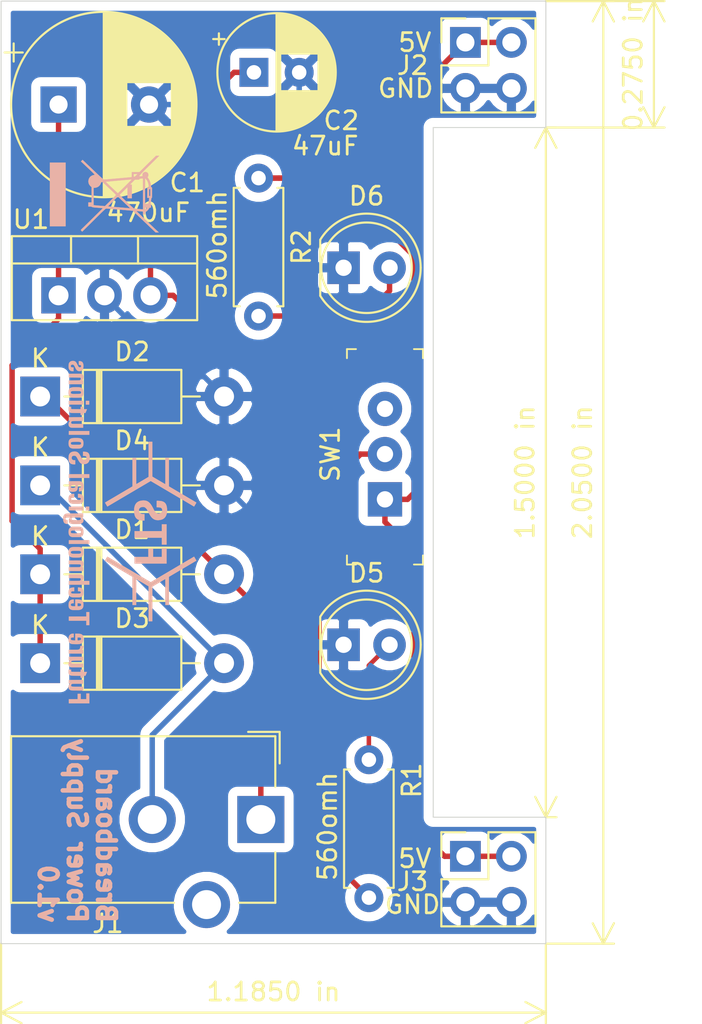
<source format=kicad_pcb>
(kicad_pcb (version 20171130) (host pcbnew "(5.1.4)-1")
  (title_block (title "Breadboard power supply") (date 2019-09-16) (rev v1) (company "Future technological solutions SIA") (comment 1 www.ftechnologicals.com) (comment 2 "Janis Henins"))
  (layers (0 F.Cu signal) (31 B.Cu signal) (34 B.Paste user) (35 F.Paste user) (36 B.SilkS user) (37 F.SilkS user) (38 B.Mask user) (39 F.Mask user) (44 Edge.Cuts user))
  (net 0 "")
  (net 1 /Vin)
  (net 2 /V-)
  (net 3 /Vout1)
  (net 4 "Net-(D1-Pad2)")
  (net 5 "Net-(D5-Pad2)")
  (net 6 "Net-(D6-Pad2)")
  (net 7 "Net-(J1-Pad3)")
  (net 8 /Vout2)
  (net 9 "Net-(SW1-Pad3)")
  (net 10 "Net-(D3-Pad2)")
  (module Symbol:WEEE-Logo_4.2x6mm_SilkScreen (layer B.Cu) (at 134.874 74.93 90)
    (fp_text reference REF** hide)
    (fp_text value WEEE-Logo_4.2x6mm_SilkScreen hide)
  )
  (module FTS_Logo:FTS_Logo_18.9x7.4mm (layer B.Cu) (at 136.271 93.599 90)
    (fp_text reference G*** hide)
    (fp_text value LOGO hide)
  )
  (module Capacitor_THT:CP_Radial_D10.0mm_P5.00mm (layer F.Cu) (at 132.334 69.977)
    (fp_text reference C1 (at 7.112 4.318) (layer F.SilkS))
    (fp_text value CP)
    (pad 1 thru_hole rect (at 0 0) (size 2 2) (drill 1) (layers *.Cu *.Mask) (net 1 /Vin))
    (pad 2 thru_hole circle (at 5 0) (size 2 2) (drill 1) (layers *.Cu *.Mask) (net 2 /V-))
  )
  (module Capacitor_THT:CP_Radial_D6.3mm_P2.50mm (layer F.Cu) (at 143.129 68.199)
    (fp_text reference C2 (at 4.826 2.667) (layer F.SilkS))
    (fp_text value CP)
    (pad 1 thru_hole rect (at 0 0) (size 1.6 1.6) (drill 0.8) (layers *.Cu *.Mask) (net 3 /Vout1))
    (pad 2 thru_hole circle (at 2.5 0) (size 1.6 1.6) (drill 0.8) (layers *.Cu *.Mask) (net 2 /V-))
  )
  (module Diode_THT:D_DO-41_SOD81_P10.16mm_Horizontal (layer F.Cu) (at 131.318 95.927332)
    (fp_text reference D1 (at 5.08 -2.47) (layer F.SilkS))
    (fp_text value 1N4007)
    (fp_text user K (at 0 -2.1) (layer F.SilkS))
    (pad 2 thru_hole oval (at 10.16 0) (size 2.2 2.2) (drill 1.1) (layers *.Cu *.Mask) (net 4 "Net-(D1-Pad2)"))
    (pad 1 thru_hole rect (at 0 0) (size 2.2 2.2) (drill 1.1) (layers *.Cu *.Mask) (net 1 /Vin))
  )
  (module Diode_THT:D_DO-41_SOD81_P10.16mm_Horizontal (layer F.Cu) (at 131.318 86.106)
    (fp_text reference D2 (at 5.08 -2.47) (layer F.SilkS))
    (fp_text value 1N4007)
    (fp_text user K (at 0 -2.1) (layer F.SilkS))
    (pad 2 thru_hole oval (at 10.16 0) (size 2.2 2.2) (drill 1.1) (layers *.Cu *.Mask) (net 2 /V-))
    (pad 1 thru_hole rect (at 0 0) (size 2.2 2.2) (drill 1.1) (layers *.Cu *.Mask) (net 4 "Net-(D1-Pad2)"))
  )
  (module Diode_THT:D_DO-41_SOD81_P10.16mm_Horizontal (layer F.Cu) (at 131.318 100.838)
    (fp_text reference D3 (at 5.08 -2.47) (layer F.SilkS))
    (fp_text value 1N4007)
    (fp_text user K (at 0 -2.1) (layer F.SilkS))
    (pad 1 thru_hole rect (at 0 0) (size 2.2 2.2) (drill 1.1) (layers *.Cu *.Mask) (net 1 /Vin))
    (pad 2 thru_hole oval (at 10.16 0) (size 2.2 2.2) (drill 1.1) (layers *.Cu *.Mask) (net 10 "Net-(D3-Pad2)"))
  )
  (module Diode_THT:D_DO-41_SOD81_P10.16mm_Horizontal (layer F.Cu) (at 131.318 91.016666)
    (fp_text reference D4 (at 5.08 -2.47) (layer F.SilkS))
    (fp_text value 1N4007)
    (fp_text user K (at 0 -2.1) (layer F.SilkS))
    (pad 1 thru_hole rect (at 0 0) (size 2.2 2.2) (drill 1.1) (layers *.Cu *.Mask) (net 10 "Net-(D3-Pad2)"))
    (pad 2 thru_hole oval (at 10.16 0) (size 2.2 2.2) (drill 1.1) (layers *.Cu *.Mask) (net 2 /V-))
  )
  (module LED_THT:LED_D5.0mm (layer F.Cu) (at 148.082 99.822)
    (fp_text reference D5 (at 1.27 -3.96) (layer F.SilkS))
    (fp_text value LED)
    (pad 2 thru_hole circle (at 2.54 0) (size 1.8 1.8) (drill 0.9) (layers *.Cu *.Mask) (net 5 "Net-(D5-Pad2)"))
    (pad 1 thru_hole rect (at 0 0) (size 1.8 1.8) (drill 0.9) (layers *.Cu *.Mask) (net 2 /V-))
  )
  (module LED_THT:LED_D5.0mm (layer F.Cu) (at 148.082 78.994)
    (fp_text reference D6 (at 1.27 -3.96) (layer F.SilkS))
    (fp_text value LED)
    (pad 1 thru_hole rect (at 0 0) (size 1.8 1.8) (drill 0.9) (layers *.Cu *.Mask) (net 2 /V-))
    (pad 2 thru_hole circle (at 2.54 0) (size 1.8 1.8) (drill 0.9) (layers *.Cu *.Mask) (net 6 "Net-(D6-Pad2)"))
  )
  (module Connector_BarrelJack:BarrelJack_CUI_PJ-102AH_Horizontal (layer F.Cu) (at 143.51 109.474 270)
    (fp_text reference J1 (at 5.75 8.45) (layer F.SilkS))
    (fp_text value Barrel_Jack_Switch)
    (pad 1 thru_hole rect (at 0 0 270) (size 2.6 2.6) (drill 1.6) (layers *.Cu *.Mask) (net 4 "Net-(D1-Pad2)"))
    (pad 2 thru_hole circle (at 0 6 270) (size 2.6 2.6) (drill 1.6) (layers *.Cu *.Mask) (net 10 "Net-(D3-Pad2)"))
    (pad 3 thru_hole circle (at 4.7 3 270) (size 2.6 2.6) (drill 1.6) (layers *.Cu *.Mask) (net 7 "Net-(J1-Pad3)"))
  )
  (module Connector_PinHeader_2.54mm:PinHeader_2x02_P2.54mm_Vertical (layer F.Cu) (at 154.813 66.544)
    (fp_text reference J2 (at -2.921 1.274) (layer F.SilkS))
    (fp_text value Conn_02x02_Odd_Even)
    (pad 4 thru_hole oval (at 2.54 2.54) (size 1.7 1.7) (drill 1) (layers *.Cu *.Mask) (net 2 /V-))
    (pad 3 thru_hole oval (at 0 2.54) (size 1.7 1.7) (drill 1) (layers *.Cu *.Mask) (net 2 /V-))
    (pad 2 thru_hole oval (at 2.54 0) (size 1.7 1.7) (drill 1) (layers *.Cu *.Mask) (net 8 /Vout2))
    (pad 1 thru_hole rect (at 0 0) (size 1.7 1.7) (drill 1) (layers *.Cu *.Mask) (net 8 /Vout2))
  )
  (module Connector_PinHeader_2.54mm:PinHeader_2x02_P2.54mm_Vertical (layer F.Cu) (at 154.813 111.506)
    (fp_text reference J3 (at -2.921 1.397) (layer F.SilkS))
    (fp_text value Conn_02x02_Odd_Even)
    (pad 1 thru_hole rect (at 0 0) (size 1.7 1.7) (drill 1) (layers *.Cu *.Mask) (net 8 /Vout2))
    (pad 2 thru_hole oval (at 2.54 0) (size 1.7 1.7) (drill 1) (layers *.Cu *.Mask) (net 8 /Vout2))
    (pad 3 thru_hole oval (at 0 2.54) (size 1.7 1.7) (drill 1) (layers *.Cu *.Mask) (net 2 /V-))
    (pad 4 thru_hole oval (at 2.54 2.54) (size 1.7 1.7) (drill 1) (layers *.Cu *.Mask) (net 2 /V-))
  )
  (module Resistor_THT:R_Axial_DIN0207_L6.3mm_D2.5mm_P7.62mm_Horizontal (layer F.Cu) (at 149.479 106.172 270)
    (fp_text reference R1 (at 1.143 -2.37 90) (layer F.SilkS))
    (fp_text value R)
    (pad 2 thru_hole oval (at 7.62 0 270) (size 1.6 1.6) (drill 0.8) (layers *.Cu *.Mask) (net 3 /Vout1))
    (pad 1 thru_hole circle (at 0 0 270) (size 1.6 1.6) (drill 0.8) (layers *.Cu *.Mask) (net 5 "Net-(D5-Pad2)"))
  )
  (module Resistor_THT:R_Axial_DIN0207_L6.3mm_D2.5mm_P7.62mm_Horizontal (layer F.Cu) (at 143.383 74.041 270)
    (fp_text reference R2 (at 3.81 -2.37 90) (layer F.SilkS))
    (fp_text value R)
    (pad 1 thru_hole circle (at 0 0 270) (size 1.6 1.6) (drill 0.8) (layers *.Cu *.Mask) (net 8 /Vout2))
    (pad 2 thru_hole oval (at 7.62 0 270) (size 1.6 1.6) (drill 0.8) (layers *.Cu *.Mask) (net 6 "Net-(D6-Pad2)"))
  )
  (module digikey-footprints:Switch_Slide_11.6x4mm_EG1218 (layer F.Cu) (at 150.368 91.788 90)
    (fp_text reference SW1 (at 2.49 -3.02 90) (layer F.SilkS))
    (fp_text value SW_DPDT_x2)
    (pad 1 thru_hole rect (at 0 0 90) (size 1.9 1.9) (drill 0.9) (layers *.Cu *.Mask) (net 8 /Vout2))
    (pad 2 thru_hole circle (at 2.5 0 90) (size 1.9 1.9) (drill 0.9) (layers *.Cu *.Mask) (net 3 /Vout1))
    (pad 3 thru_hole circle (at 5 0 90) (size 1.9 1.9) (drill 0.9) (layers *.Cu *.Mask) (net 9 "Net-(SW1-Pad3)"))
  )
  (module Package_TO_SOT_THT:TO-220-3_Vertical (layer F.Cu) (at 132.334 80.518)
    (fp_text reference U1 (at -1.524 -4.191) (layer F.SilkS))
    (fp_text value LM7805_TO220)
    (pad 1 thru_hole rect (at 0 0) (size 1.905 2) (drill 1.1) (layers *.Cu *.Mask) (net 1 /Vin))
    (pad 2 thru_hole oval (at 2.54 0) (size 1.905 2) (drill 1.1) (layers *.Cu *.Mask) (net 2 /V-))
    (pad 3 thru_hole oval (at 5.08 0) (size 1.905 2) (drill 1.1) (layers *.Cu *.Mask) (net 3 /Vout1))
  )
  (gr_text "560omh\n" (at 147.193 109.855 90) (layer F.SilkS) (effects (font (size 1 1))))
  (gr_text 560omh (at 141.097 77.724 90) (layer F.SilkS) (effects (font (size 1 1))))
  (gr_text 47uF (at 147.066 72.263) (layer F.SilkS) (effects (font (size 1 1))))
  (gr_text 470uF (at 137.287 75.946) (layer F.SilkS) (effects (font (size 1 1))))
  (dimension 30.099 (width 0.12) (layer F.SilkS) (gr_text "30,099 mm" (at 144.2085 121.412) (layer F.SilkS) (effects (font (size 1 1) (thickness 0.15)))) (feature1 (pts (xy 159.258 116.332) (xy 159.258 120.728421))) (feature2 (pts (xy 129.159 116.332) (xy 129.159 120.728421))) (crossbar (pts (xy 129.159 120.142) (xy 159.258 120.142))) (arrow1a (pts (xy 159.258 120.142) (xy 158.131496 120.728421))) (arrow1b (pts (xy 159.258 120.142) (xy 158.131496 119.555579))) (arrow2a (pts (xy 129.159 120.142) (xy 130.285504 120.728421))) (arrow2b (pts (xy 129.159 120.142) (xy 130.285504 119.555579))))
  (dimension 6.985 (width 0.12) (layer F.SilkS) (gr_text "6,985 mm" (at 166.497 67.7545 90) (layer F.SilkS) (effects (font (size 1 1) (thickness 0.15)))) (feature1 (pts (xy 159.258 64.262) (xy 165.813421 64.262))) (feature2 (pts (xy 159.258 71.247) (xy 165.813421 71.247))) (crossbar (pts (xy 165.227 71.247) (xy 165.227 64.262))) (arrow1a (pts (xy 165.227 64.262) (xy 165.813421 65.388504))) (arrow1b (pts (xy 165.227 64.262) (xy 164.640579 65.388504))) (arrow2a (pts (xy 165.227 71.247) (xy 165.813421 70.120496))) (arrow2b (pts (xy 165.227 71.247) (xy 164.640579 70.120496))))
  (dimension 38.1 (width 0.12) (layer F.SilkS) (gr_text "38,100 mm" (at 160.528 90.297 90) (layer F.SilkS) (effects (font (size 1 1) (thickness 0.15)))) (feature1 (pts (xy 159.258 71.247) (xy 159.844421 71.247))) (feature2 (pts (xy 159.258 109.347) (xy 159.844421 109.347))) (crossbar (pts (xy 159.258 109.347) (xy 159.258 71.247))) (arrow1a (pts (xy 159.258 71.247) (xy 159.844421 72.373504))) (arrow1b (pts (xy 159.258 71.247) (xy 158.671579 72.373504))) (arrow2a (pts (xy 159.258 109.347) (xy 159.844421 108.220496))) (arrow2b (pts (xy 159.258 109.347) (xy 158.671579 108.220496))))
  (dimension 52.07 (width 0.12) (layer F.SilkS) (gr_text "52,070 mm" (at 163.703 90.297 90) (layer F.SilkS) (effects (font (size 1 1) (thickness 0.15)))) (feature1 (pts (xy 159.258 64.262) (xy 163.019421 64.262))) (feature2 (pts (xy 159.258 116.332) (xy 163.019421 116.332))) (crossbar (pts (xy 162.433 116.332) (xy 162.433 64.262))) (arrow1a (pts (xy 162.433 64.262) (xy 163.019421 65.388504))) (arrow1b (pts (xy 162.433 64.262) (xy 161.846579 65.388504))) (arrow2a (pts (xy 162.433 116.332) (xy 163.019421 115.205496))) (arrow2b (pts (xy 162.433 116.332) (xy 161.846579 115.205496))))
  (gr_text 5V (at 152.019 111.633) (layer F.SilkS) (effects (font (size 1 1))))
  (gr_text GND (at 151.511 69.088) (layer F.SilkS) (effects (font (size 1 1))))
  (gr_text 5V (at 152.019 66.548) (layer F.SilkS) (effects (font (size 1 1))))
  (gr_text GND (at 151.892 114.173) (layer F.SilkS) (effects (font (size 1 1))))
  (gr_text "Breadboard\nPower Supply\nv1.0" (at 133.35 115.316 270) (layer B.SilkS) (effects (font (size 1 1) (thickness 0.25)) (justify left mirror)))
  (gr_line (start 153.035 109.347) (end 153.035 71.247) (layer Edge.Cuts) (width 0.05))
  (gr_line (start 159.258 109.347) (end 153.035 109.347) (layer Edge.Cuts) (width 0.05))
  (gr_line (start 159.258 109.347) (end 159.258 116.332) (layer Edge.Cuts) (width 0.05))
  (gr_line (start 159.258 71.247) (end 159.258 64.262) (layer Edge.Cuts) (width 0.05))
  (gr_line (start 153.035 71.247) (end 159.258 71.247) (layer Edge.Cuts) (width 0.05))
  (gr_line (start 159.258 64.262) (end 129.159 64.262) (layer Edge.Cuts) (width 0.05))
  (gr_line (start 129.159 116.332) (end 159.258 116.332) (layer Edge.Cuts) (width 0.05))
  (gr_line (start 129.159 64.262) (end 129.159 116.332) (layer Edge.Cuts) (width 0.05))
  (segment (start 132.334 69.977) (end 132.334 80.518) (width 0.3) (layer F.Cu) (net 1))
  (segment (start 131.318 94.527332) (end 131.318 95.927332) (width 0.3) (layer F.Cu) (net 1))
  (segment (start 129.767999 92.977331) (end 131.318 94.527332) (width 0.3) (layer F.Cu) (net 1))
  (segment (start 129.767999 84.384001) (end 129.767999 92.977331) (width 0.3) (layer F.Cu) (net 1))
  (segment (start 132.334 81.818) (end 129.767999 84.384001) (width 0.3) (layer F.Cu) (net 1))
  (segment (start 132.334 80.518) (end 132.334 81.818) (width 0.3) (layer F.Cu) (net 1))
  (segment (start 131.318 95.927332) (end 131.318 100.838) (width 0.3) (layer F.Cu) (net 1))
  (segment (start 141.478 91.016666) (end 141.478 86.106) (width 0.3) (layer B.Cu) (net 2))
  (segment (start 134.874 80.5655) (end 134.874 80.518) (width 0.3) (layer B.Cu) (net 2))
  (segment (start 139.314501 85.006001) (end 134.874 80.5655) (width 0.3) (layer B.Cu) (net 2))
  (segment (start 140.378001 85.006001) (end 139.314501 85.006001) (width 0.3) (layer B.Cu) (net 2))
  (segment (start 141.478 86.106) (end 140.378001 85.006001) (width 0.3) (layer B.Cu) (net 2))
  (segment (start 134.874 72.437) (end 137.334 69.977) (width 0.3) (layer B.Cu) (net 2))
  (segment (start 134.874 80.518) (end 134.874 72.437) (width 0.3) (layer B.Cu) (net 2))
  (segment (start 138.748213 69.977) (end 137.334 69.977) (width 0.3) (layer B.Cu) (net 2))
  (segment (start 144.98237 69.977) (end 138.748213 69.977) (width 0.3) (layer B.Cu) (net 2))
  (segment (start 145.629 69.33037) (end 144.98237 69.977) (width 0.3) (layer B.Cu) (net 2))
  (segment (start 145.629 68.199) (end 145.629 69.33037) (width 0.3) (layer B.Cu) (net 2))
  (segment (start 154.813 69.084) (end 157.353 69.084) (width 0.3) (layer B.Cu) (net 2))
  (segment (start 146.514 69.084) (end 145.629 68.199) (width 0.3) (layer B.Cu) (net 2))
  (segment (start 154.813 69.084) (end 146.514 69.084) (width 0.3) (layer B.Cu) (net 2))
  (segment (start 148.082 70.652) (end 145.629 68.199) (width 0.3) (layer B.Cu) (net 2))
  (segment (start 148.082 78.994) (end 148.082 70.652) (width 0.3) (layer B.Cu) (net 2))
  (segment (start 157.353 114.046) (end 154.813 114.046) (width 0.3) (layer B.Cu) (net 2))
  (segment (start 148.082 101.022) (end 148.082 99.822) (width 0.3) (layer B.Cu) (net 2))
  (segment (start 148.082 108.517081) (end 148.082 101.022) (width 0.3) (layer B.Cu) (net 2))
  (segment (start 153.610919 114.046) (end 148.082 108.517081) (width 0.3) (layer B.Cu) (net 2))
  (segment (start 154.813 114.046) (end 153.610919 114.046) (width 0.3) (layer B.Cu) (net 2))
  (segment (start 148.082 97.620666) (end 141.478 91.016666) (width 0.3) (layer B.Cu) (net 2))
  (segment (start 148.082 99.822) (end 148.082 97.620666) (width 0.3) (layer B.Cu) (net 2))
  (segment (start 142.029 68.199) (end 143.129 68.199) (width 0.3) (layer F.Cu) (net 3))
  (segment (start 137.414 72.814) (end 142.029 68.199) (width 0.3) (layer F.Cu) (net 3))
  (segment (start 137.414 80.518) (end 137.414 72.814) (width 0.3) (layer F.Cu) (net 3))
  (segment (start 146.731999 91.580499) (end 149.024498 89.288) (width 0.3) (layer F.Cu) (net 3))
  (segment (start 149.479 113.792) (end 146.731999 111.044999) (width 0.3) (layer F.Cu) (net 3))
  (segment (start 146.731999 111.044999) (end 146.731999 91.580499) (width 0.3) (layer F.Cu) (net 3))
  (segment (start 149.024498 89.288) (end 150.368 89.288) (width 0.3) (layer F.Cu) (net 3))
  (segment (start 147.4365 89.288) (end 149.024498 89.288) (width 0.3) (layer F.Cu) (net 3))
  (segment (start 138.6665 80.518) (end 147.4365 89.288) (width 0.3) (layer F.Cu) (net 3))
  (segment (start 137.414 80.518) (end 138.6665 80.518) (width 0.3) (layer F.Cu) (net 3))
  (segment (start 143.51 97.959332) (end 141.478 95.927332) (width 0.3) (layer F.Cu) (net 4))
  (segment (start 143.51 109.474) (end 143.51 97.959332) (width 0.3) (layer F.Cu) (net 4))
  (segment (start 131.656668 86.106) (end 131.318 86.106) (width 0.3) (layer F.Cu) (net 4))
  (segment (start 141.478 95.927332) (end 131.656668 86.106) (width 0.3) (layer F.Cu) (net 4))
  (segment (start 149.479 100.965) (end 150.622 99.822) (width 0.25) (layer F.Cu) (net 5))
  (segment (start 149.479 106.172) (end 149.479 100.965) (width 0.25) (layer F.Cu) (net 5))
  (segment (start 144.51437 81.661) (end 143.383 81.661) (width 0.3) (layer F.Cu) (net 6))
  (segment (start 149.227792 81.661) (end 144.51437 81.661) (width 0.3) (layer F.Cu) (net 6))
  (segment (start 150.622 80.266792) (end 149.227792 81.661) (width 0.3) (layer F.Cu) (net 6))
  (segment (start 150.622 78.994) (end 150.622 80.266792) (width 0.3) (layer F.Cu) (net 6))
  (segment (start 157.353 111.506) (end 154.813 111.506) (width 0.3) (layer F.Cu) (net 8))
  (segment (start 150.368 93.038) (end 150.368 91.788) (width 0.3) (layer F.Cu) (net 8))
  (segment (start 151.972001 94.642001) (end 150.368 93.038) (width 0.3) (layer F.Cu) (net 8))
  (segment (start 151.972001 109.815001) (end 151.972001 94.642001) (width 0.3) (layer F.Cu) (net 8))
  (segment (start 153.663 111.506) (end 151.972001 109.815001) (width 0.3) (layer F.Cu) (net 8))
  (segment (start 154.813 111.506) (end 153.663 111.506) (width 0.3) (layer F.Cu) (net 8))
  (segment (start 143.383 74.041) (end 147.316 74.041) (width 0.3) (layer F.Cu) (net 8))
  (segment (start 157.353 66.544) (end 154.813 66.544) (width 0.3) (layer F.Cu) (net 8))
  (segment (start 147.316 74.041) (end 154.813 66.544) (width 0.3) (layer F.Cu) (net 8))
  (segment (start 144.51437 74.041) (end 143.383 74.041) (width 0.3) (layer F.Cu) (net 8))
  (segment (start 147.667002 74.041) (end 144.51437 74.041) (width 0.3) (layer F.Cu) (net 8))
  (segment (start 151.972001 78.345999) (end 147.667002 74.041) (width 0.3) (layer F.Cu) (net 8))
  (segment (start 151.972001 91.433999) (end 151.972001 78.345999) (width 0.3) (layer F.Cu) (net 8))
  (segment (start 151.618 91.788) (end 151.972001 91.433999) (width 0.3) (layer F.Cu) (net 8))
  (segment (start 150.368 91.788) (end 151.618 91.788) (width 0.3) (layer F.Cu) (net 8))
  (segment (start 137.51 104.806) (end 141.478 100.838) (width 0.3) (layer B.Cu) (net 10))
  (segment (start 137.51 109.474) (end 137.51 104.806) (width 0.3) (layer B.Cu) (net 10))
  (segment (start 131.656666 91.016666) (end 131.318 91.016666) (width 0.3) (layer B.Cu) (net 10))
  (segment (start 141.478 100.838) (end 131.656666 91.016666) (width 0.3) (layer B.Cu) (net 10))
  (zone (net 2) (net_name /V-) (layer B.Cu) (connect_pads (clearance 0.508)) (min_thickness 0.254) (fill yes (arc_segments 32) (thermal_gap 0.508) (thermal_bridge_width 0.508))
    (polygon (pts (xy 129.286 64.389) (xy 129.286 116.205) (xy 159.131 116.205) (xy 159.131 109.474) (xy 152.908 109.474) (xy 152.908 71.12) (xy 159.131 71.12) (xy 159.131 64.389)))
  )
)
</source>
